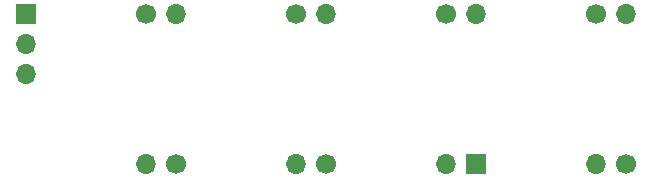
<source format=gbs>
%TF.GenerationSoftware,KiCad,Pcbnew,(5.1.8)-1*%
%TF.CreationDate,2021-03-06T21:18:19+09:00*%
%TF.ProjectId,motor_driver,6d6f746f-725f-4647-9269-7665722e6b69,rev?*%
%TF.SameCoordinates,PX54c81a0PY87a6900*%
%TF.FileFunction,Soldermask,Bot*%
%TF.FilePolarity,Negative*%
%FSLAX46Y46*%
G04 Gerber Fmt 4.6, Leading zero omitted, Abs format (unit mm)*
G04 Created by KiCad (PCBNEW (5.1.8)-1) date 2021-03-06 21:18:19*
%MOMM*%
%LPD*%
G01*
G04 APERTURE LIST*
%ADD10R,1.700000X1.700000*%
%ADD11O,1.700000X1.700000*%
%ADD12C,1.700000*%
G04 APERTURE END LIST*
D10*
%TO.C,J1*%
X2540000Y15240000D03*
D11*
X2540000Y12700000D03*
X2540000Y10160000D03*
%TD*%
D12*
%TO.C,J2*%
X15240000Y2540000D03*
D11*
X12700000Y2540000D03*
%TD*%
%TO.C,J3*%
X25400000Y2540000D03*
D12*
X27940000Y2540000D03*
%TD*%
D10*
%TO.C,J4*%
X40640000Y2540000D03*
D11*
X38100000Y2540000D03*
%TD*%
%TO.C,J5*%
X50800000Y2540000D03*
D12*
X53340000Y2540000D03*
%TD*%
D11*
%TO.C,J9*%
X53340000Y15240000D03*
D12*
X50800000Y15240000D03*
%TD*%
%TO.C,J8*%
X38100000Y15240000D03*
D11*
X40640000Y15240000D03*
%TD*%
%TO.C,J7*%
X27940000Y15240000D03*
D12*
X25400000Y15240000D03*
%TD*%
%TO.C,J6*%
X12700000Y15240000D03*
D11*
X15240000Y15240000D03*
%TD*%
M02*

</source>
